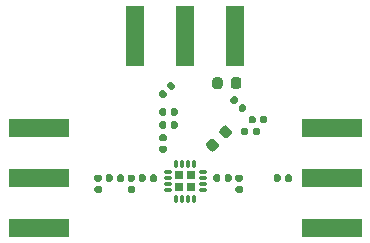
<source format=gbr>
%TF.GenerationSoftware,KiCad,Pcbnew,5.1.7*%
%TF.CreationDate,2020-12-15T08:17:55+00:00*%
%TF.ProjectId,QPL9065,51504c39-3036-4352-9e6b-696361645f70,rev?*%
%TF.SameCoordinates,Original*%
%TF.FileFunction,Paste,Top*%
%TF.FilePolarity,Positive*%
%FSLAX46Y46*%
G04 Gerber Fmt 4.6, Leading zero omitted, Abs format (unit mm)*
G04 Created by KiCad (PCBNEW 5.1.7) date 2020-12-15 08:17:55*
%MOMM*%
%LPD*%
G01*
G04 APERTURE LIST*
%ADD10R,0.730000X0.730000*%
%ADD11O,0.300000X0.750000*%
%ADD12O,0.750000X0.300000*%
%ADD13R,5.080000X1.500000*%
%ADD14R,1.500000X5.080000*%
G04 APERTURE END LIST*
D10*
%TO.C,U1*%
X150500000Y-94500000D03*
X149500000Y-94500000D03*
X149500000Y-93500000D03*
X150500000Y-93500000D03*
D11*
X149250000Y-92525000D03*
X149750000Y-92525000D03*
X150250000Y-92525000D03*
X150750000Y-92525000D03*
D12*
X151475000Y-93250000D03*
X151475000Y-93750000D03*
X151475000Y-94250000D03*
X151475000Y-94750000D03*
D11*
X150750000Y-95475000D03*
X150250000Y-95475000D03*
X149750000Y-95475000D03*
X149250000Y-95475000D03*
D12*
X148525000Y-94750000D03*
X148525000Y-94250000D03*
X148525000Y-93750000D03*
X148525000Y-93250000D03*
%TD*%
%TO.C,C5*%
G36*
G01*
X154755000Y-89972500D02*
X154755000Y-89627500D01*
G75*
G02*
X154902500Y-89480000I147500J0D01*
G01*
X155197500Y-89480000D01*
G75*
G02*
X155345000Y-89627500I0J-147500D01*
G01*
X155345000Y-89972500D01*
G75*
G02*
X155197500Y-90120000I-147500J0D01*
G01*
X154902500Y-90120000D01*
G75*
G02*
X154755000Y-89972500I0J147500D01*
G01*
G37*
G36*
G01*
X155725000Y-89972500D02*
X155725000Y-89627500D01*
G75*
G02*
X155872500Y-89480000I147500J0D01*
G01*
X156167500Y-89480000D01*
G75*
G02*
X156315000Y-89627500I0J-147500D01*
G01*
X156315000Y-89972500D01*
G75*
G02*
X156167500Y-90120000I-147500J0D01*
G01*
X155872500Y-90120000D01*
G75*
G02*
X155725000Y-89972500I0J147500D01*
G01*
G37*
%TD*%
%TO.C,C6*%
G36*
G01*
X156325000Y-88972500D02*
X156325000Y-88627500D01*
G75*
G02*
X156472500Y-88480000I147500J0D01*
G01*
X156767500Y-88480000D01*
G75*
G02*
X156915000Y-88627500I0J-147500D01*
G01*
X156915000Y-88972500D01*
G75*
G02*
X156767500Y-89120000I-147500J0D01*
G01*
X156472500Y-89120000D01*
G75*
G02*
X156325000Y-88972500I0J147500D01*
G01*
G37*
G36*
G01*
X155355000Y-88972500D02*
X155355000Y-88627500D01*
G75*
G02*
X155502500Y-88480000I147500J0D01*
G01*
X155797500Y-88480000D01*
G75*
G02*
X155945000Y-88627500I0J-147500D01*
G01*
X155945000Y-88972500D01*
G75*
G02*
X155797500Y-89120000I-147500J0D01*
G01*
X155502500Y-89120000D01*
G75*
G02*
X155355000Y-88972500I0J147500D01*
G01*
G37*
%TD*%
%TO.C,C7*%
G36*
G01*
X148775000Y-88322500D02*
X148775000Y-87977500D01*
G75*
G02*
X148922500Y-87830000I147500J0D01*
G01*
X149217500Y-87830000D01*
G75*
G02*
X149365000Y-87977500I0J-147500D01*
G01*
X149365000Y-88322500D01*
G75*
G02*
X149217500Y-88470000I-147500J0D01*
G01*
X148922500Y-88470000D01*
G75*
G02*
X148775000Y-88322500I0J147500D01*
G01*
G37*
G36*
G01*
X147805000Y-88322500D02*
X147805000Y-87977500D01*
G75*
G02*
X147952500Y-87830000I147500J0D01*
G01*
X148247500Y-87830000D01*
G75*
G02*
X148395000Y-87977500I0J-147500D01*
G01*
X148395000Y-88322500D01*
G75*
G02*
X148247500Y-88470000I-147500J0D01*
G01*
X147952500Y-88470000D01*
G75*
G02*
X147805000Y-88322500I0J147500D01*
G01*
G37*
%TD*%
%TO.C,C8*%
G36*
G01*
X147805000Y-89422500D02*
X147805000Y-89077500D01*
G75*
G02*
X147952500Y-88930000I147500J0D01*
G01*
X148247500Y-88930000D01*
G75*
G02*
X148395000Y-89077500I0J-147500D01*
G01*
X148395000Y-89422500D01*
G75*
G02*
X148247500Y-89570000I-147500J0D01*
G01*
X147952500Y-89570000D01*
G75*
G02*
X147805000Y-89422500I0J147500D01*
G01*
G37*
G36*
G01*
X148775000Y-89422500D02*
X148775000Y-89077500D01*
G75*
G02*
X148922500Y-88930000I147500J0D01*
G01*
X149217500Y-88930000D01*
G75*
G02*
X149365000Y-89077500I0J-147500D01*
G01*
X149365000Y-89422500D01*
G75*
G02*
X149217500Y-89570000I-147500J0D01*
G01*
X148922500Y-89570000D01*
G75*
G02*
X148775000Y-89422500I0J147500D01*
G01*
G37*
%TD*%
%TO.C,C12*%
G36*
G01*
X152287500Y-85956250D02*
X152287500Y-85443750D01*
G75*
G02*
X152506250Y-85225000I218750J0D01*
G01*
X152943750Y-85225000D01*
G75*
G02*
X153162500Y-85443750I0J-218750D01*
G01*
X153162500Y-85956250D01*
G75*
G02*
X152943750Y-86175000I-218750J0D01*
G01*
X152506250Y-86175000D01*
G75*
G02*
X152287500Y-85956250I0J218750D01*
G01*
G37*
G36*
G01*
X153862500Y-85956250D02*
X153862500Y-85443750D01*
G75*
G02*
X154081250Y-85225000I218750J0D01*
G01*
X154518750Y-85225000D01*
G75*
G02*
X154737500Y-85443750I0J-218750D01*
G01*
X154737500Y-85956250D01*
G75*
G02*
X154518750Y-86175000I-218750J0D01*
G01*
X154081250Y-86175000D01*
G75*
G02*
X153862500Y-85956250I0J218750D01*
G01*
G37*
%TD*%
%TO.C,L2*%
G36*
G01*
X148272500Y-91595000D02*
X147927500Y-91595000D01*
G75*
G02*
X147780000Y-91447500I0J147500D01*
G01*
X147780000Y-91152500D01*
G75*
G02*
X147927500Y-91005000I147500J0D01*
G01*
X148272500Y-91005000D01*
G75*
G02*
X148420000Y-91152500I0J-147500D01*
G01*
X148420000Y-91447500D01*
G75*
G02*
X148272500Y-91595000I-147500J0D01*
G01*
G37*
G36*
G01*
X148272500Y-90625000D02*
X147927500Y-90625000D01*
G75*
G02*
X147780000Y-90477500I0J147500D01*
G01*
X147780000Y-90182500D01*
G75*
G02*
X147927500Y-90035000I147500J0D01*
G01*
X148272500Y-90035000D01*
G75*
G02*
X148420000Y-90182500I0J-147500D01*
G01*
X148420000Y-90477500D01*
G75*
G02*
X148272500Y-90625000I-147500J0D01*
G01*
G37*
%TD*%
%TO.C,L5*%
G36*
G01*
X152171837Y-91440556D02*
X151809444Y-91078163D01*
G75*
G02*
X151809444Y-90768803I154680J154680D01*
G01*
X152118803Y-90459444D01*
G75*
G02*
X152428163Y-90459444I154680J-154680D01*
G01*
X152790556Y-90821837D01*
G75*
G02*
X152790556Y-91131197I-154680J-154680D01*
G01*
X152481197Y-91440556D01*
G75*
G02*
X152171837Y-91440556I-154680J154680D01*
G01*
G37*
G36*
G01*
X153285531Y-90326862D02*
X152923138Y-89964469D01*
G75*
G02*
X152923138Y-89655109I154680J154680D01*
G01*
X153232497Y-89345750D01*
G75*
G02*
X153541857Y-89345750I154680J-154680D01*
G01*
X153904250Y-89708143D01*
G75*
G02*
X153904250Y-90017503I-154680J-154680D01*
G01*
X153594891Y-90326862D01*
G75*
G02*
X153285531Y-90326862I-154680J154680D01*
G01*
G37*
%TD*%
D13*
%TO.C,J1*%
X137600000Y-93750000D03*
X137600000Y-98000000D03*
X137600000Y-89500000D03*
%TD*%
%TO.C,J2*%
X162400000Y-98000000D03*
X162400000Y-89500000D03*
X162400000Y-93750000D03*
%TD*%
D14*
%TO.C,J3*%
X150000000Y-81700000D03*
X145750000Y-81700000D03*
X154250000Y-81700000D03*
%TD*%
%TO.C,R1*%
G36*
G01*
X155173519Y-87929567D02*
X154929567Y-88173519D01*
G75*
G02*
X154720971Y-88173519I-104298J104298D01*
G01*
X154512375Y-87964923D01*
G75*
G02*
X154512375Y-87756327I104298J104298D01*
G01*
X154756327Y-87512375D01*
G75*
G02*
X154964923Y-87512375I104298J-104298D01*
G01*
X155173519Y-87720971D01*
G75*
G02*
X155173519Y-87929567I-104298J-104298D01*
G01*
G37*
G36*
G01*
X154487625Y-87243673D02*
X154243673Y-87487625D01*
G75*
G02*
X154035077Y-87487625I-104298J104298D01*
G01*
X153826481Y-87279029D01*
G75*
G02*
X153826481Y-87070433I104298J104298D01*
G01*
X154070433Y-86826481D01*
G75*
G02*
X154279029Y-86826481I104298J-104298D01*
G01*
X154487625Y-87035077D01*
G75*
G02*
X154487625Y-87243673I-104298J-104298D01*
G01*
G37*
%TD*%
%TO.C,R2*%
G36*
G01*
X148200726Y-86305322D02*
X148444678Y-86549274D01*
G75*
G02*
X148444678Y-86757870I-104298J-104298D01*
G01*
X148236082Y-86966466D01*
G75*
G02*
X148027486Y-86966466I-104298J104298D01*
G01*
X147783534Y-86722514D01*
G75*
G02*
X147783534Y-86513918I104298J104298D01*
G01*
X147992130Y-86305322D01*
G75*
G02*
X148200726Y-86305322I104298J-104298D01*
G01*
G37*
G36*
G01*
X148886620Y-85619428D02*
X149130572Y-85863380D01*
G75*
G02*
X149130572Y-86071976I-104298J-104298D01*
G01*
X148921976Y-86280572D01*
G75*
G02*
X148713380Y-86280572I-104298J104298D01*
G01*
X148469428Y-86036620D01*
G75*
G02*
X148469428Y-85828024I104298J104298D01*
G01*
X148678024Y-85619428D01*
G75*
G02*
X148886620Y-85619428I104298J-104298D01*
G01*
G37*
%TD*%
%TO.C,C2*%
G36*
G01*
X157485000Y-93922500D02*
X157485000Y-93577500D01*
G75*
G02*
X157632500Y-93430000I147500J0D01*
G01*
X157927500Y-93430000D01*
G75*
G02*
X158075000Y-93577500I0J-147500D01*
G01*
X158075000Y-93922500D01*
G75*
G02*
X157927500Y-94070000I-147500J0D01*
G01*
X157632500Y-94070000D01*
G75*
G02*
X157485000Y-93922500I0J147500D01*
G01*
G37*
G36*
G01*
X158455000Y-93922500D02*
X158455000Y-93577500D01*
G75*
G02*
X158602500Y-93430000I147500J0D01*
G01*
X158897500Y-93430000D01*
G75*
G02*
X159045000Y-93577500I0J-147500D01*
G01*
X159045000Y-93922500D01*
G75*
G02*
X158897500Y-94070000I-147500J0D01*
G01*
X158602500Y-94070000D01*
G75*
G02*
X158455000Y-93922500I0J147500D01*
G01*
G37*
%TD*%
%TO.C,R9*%
G36*
G01*
X153935000Y-93577500D02*
X153935000Y-93922500D01*
G75*
G02*
X153787500Y-94070000I-147500J0D01*
G01*
X153492500Y-94070000D01*
G75*
G02*
X153345000Y-93922500I0J147500D01*
G01*
X153345000Y-93577500D01*
G75*
G02*
X153492500Y-93430000I147500J0D01*
G01*
X153787500Y-93430000D01*
G75*
G02*
X153935000Y-93577500I0J-147500D01*
G01*
G37*
G36*
G01*
X152965000Y-93577500D02*
X152965000Y-93922500D01*
G75*
G02*
X152817500Y-94070000I-147500J0D01*
G01*
X152522500Y-94070000D01*
G75*
G02*
X152375000Y-93922500I0J147500D01*
G01*
X152375000Y-93577500D01*
G75*
G02*
X152522500Y-93430000I147500J0D01*
G01*
X152817500Y-93430000D01*
G75*
G02*
X152965000Y-93577500I0J-147500D01*
G01*
G37*
%TD*%
%TO.C,R10*%
G36*
G01*
X154742500Y-94045000D02*
X154397500Y-94045000D01*
G75*
G02*
X154250000Y-93897500I0J147500D01*
G01*
X154250000Y-93602500D01*
G75*
G02*
X154397500Y-93455000I147500J0D01*
G01*
X154742500Y-93455000D01*
G75*
G02*
X154890000Y-93602500I0J-147500D01*
G01*
X154890000Y-93897500D01*
G75*
G02*
X154742500Y-94045000I-147500J0D01*
G01*
G37*
G36*
G01*
X154742500Y-95015000D02*
X154397500Y-95015000D01*
G75*
G02*
X154250000Y-94867500I0J147500D01*
G01*
X154250000Y-94572500D01*
G75*
G02*
X154397500Y-94425000I147500J0D01*
G01*
X154742500Y-94425000D01*
G75*
G02*
X154890000Y-94572500I0J-147500D01*
G01*
X154890000Y-94867500D01*
G75*
G02*
X154742500Y-95015000I-147500J0D01*
G01*
G37*
%TD*%
%TO.C,C1*%
G36*
G01*
X142802500Y-94045000D02*
X142457500Y-94045000D01*
G75*
G02*
X142310000Y-93897500I0J147500D01*
G01*
X142310000Y-93602500D01*
G75*
G02*
X142457500Y-93455000I147500J0D01*
G01*
X142802500Y-93455000D01*
G75*
G02*
X142950000Y-93602500I0J-147500D01*
G01*
X142950000Y-93897500D01*
G75*
G02*
X142802500Y-94045000I-147500J0D01*
G01*
G37*
G36*
G01*
X142802500Y-95015000D02*
X142457500Y-95015000D01*
G75*
G02*
X142310000Y-94867500I0J147500D01*
G01*
X142310000Y-94572500D01*
G75*
G02*
X142457500Y-94425000I147500J0D01*
G01*
X142802500Y-94425000D01*
G75*
G02*
X142950000Y-94572500I0J-147500D01*
G01*
X142950000Y-94867500D01*
G75*
G02*
X142802500Y-95015000I-147500J0D01*
G01*
G37*
%TD*%
%TO.C,C9*%
G36*
G01*
X146055000Y-93922500D02*
X146055000Y-93577500D01*
G75*
G02*
X146202500Y-93430000I147500J0D01*
G01*
X146497500Y-93430000D01*
G75*
G02*
X146645000Y-93577500I0J-147500D01*
G01*
X146645000Y-93922500D01*
G75*
G02*
X146497500Y-94070000I-147500J0D01*
G01*
X146202500Y-94070000D01*
G75*
G02*
X146055000Y-93922500I0J147500D01*
G01*
G37*
G36*
G01*
X147025000Y-93922500D02*
X147025000Y-93577500D01*
G75*
G02*
X147172500Y-93430000I147500J0D01*
G01*
X147467500Y-93430000D01*
G75*
G02*
X147615000Y-93577500I0J-147500D01*
G01*
X147615000Y-93922500D01*
G75*
G02*
X147467500Y-94070000I-147500J0D01*
G01*
X147172500Y-94070000D01*
G75*
G02*
X147025000Y-93922500I0J147500D01*
G01*
G37*
%TD*%
%TO.C,L1*%
G36*
G01*
X144810000Y-93577500D02*
X144810000Y-93922500D01*
G75*
G02*
X144662500Y-94070000I-147500J0D01*
G01*
X144367500Y-94070000D01*
G75*
G02*
X144220000Y-93922500I0J147500D01*
G01*
X144220000Y-93577500D01*
G75*
G02*
X144367500Y-93430000I147500J0D01*
G01*
X144662500Y-93430000D01*
G75*
G02*
X144810000Y-93577500I0J-147500D01*
G01*
G37*
G36*
G01*
X143840000Y-93577500D02*
X143840000Y-93922500D01*
G75*
G02*
X143692500Y-94070000I-147500J0D01*
G01*
X143397500Y-94070000D01*
G75*
G02*
X143250000Y-93922500I0J147500D01*
G01*
X143250000Y-93577500D01*
G75*
G02*
X143397500Y-93430000I147500J0D01*
G01*
X143692500Y-93430000D01*
G75*
G02*
X143840000Y-93577500I0J-147500D01*
G01*
G37*
%TD*%
%TO.C,L4*%
G36*
G01*
X145257500Y-94425000D02*
X145602500Y-94425000D01*
G75*
G02*
X145750000Y-94572500I0J-147500D01*
G01*
X145750000Y-94867500D01*
G75*
G02*
X145602500Y-95015000I-147500J0D01*
G01*
X145257500Y-95015000D01*
G75*
G02*
X145110000Y-94867500I0J147500D01*
G01*
X145110000Y-94572500D01*
G75*
G02*
X145257500Y-94425000I147500J0D01*
G01*
G37*
G36*
G01*
X145257500Y-93455000D02*
X145602500Y-93455000D01*
G75*
G02*
X145750000Y-93602500I0J-147500D01*
G01*
X145750000Y-93897500D01*
G75*
G02*
X145602500Y-94045000I-147500J0D01*
G01*
X145257500Y-94045000D01*
G75*
G02*
X145110000Y-93897500I0J147500D01*
G01*
X145110000Y-93602500D01*
G75*
G02*
X145257500Y-93455000I147500J0D01*
G01*
G37*
%TD*%
M02*

</source>
